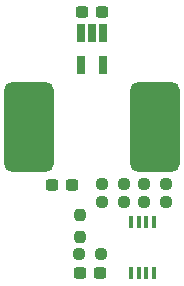
<source format=gtp>
G04 #@! TF.GenerationSoftware,KiCad,Pcbnew,7.0.8*
G04 #@! TF.CreationDate,2024-04-19T19:22:21-04:00*
G04 #@! TF.ProjectId,PMB,504d422e-6b69-4636-9164-5f7063625858,rev?*
G04 #@! TF.SameCoordinates,Original*
G04 #@! TF.FileFunction,Paste,Top*
G04 #@! TF.FilePolarity,Positive*
%FSLAX46Y46*%
G04 Gerber Fmt 4.6, Leading zero omitted, Abs format (unit mm)*
G04 Created by KiCad (PCBNEW 7.0.8) date 2024-04-19 19:22:21*
%MOMM*%
%LPD*%
G01*
G04 APERTURE LIST*
G04 Aperture macros list*
%AMRoundRect*
0 Rectangle with rounded corners*
0 $1 Rounding radius*
0 $2 $3 $4 $5 $6 $7 $8 $9 X,Y pos of 4 corners*
0 Add a 4 corners polygon primitive as box body*
4,1,4,$2,$3,$4,$5,$6,$7,$8,$9,$2,$3,0*
0 Add four circle primitives for the rounded corners*
1,1,$1+$1,$2,$3*
1,1,$1+$1,$4,$5*
1,1,$1+$1,$6,$7*
1,1,$1+$1,$8,$9*
0 Add four rect primitives between the rounded corners*
20,1,$1+$1,$2,$3,$4,$5,0*
20,1,$1+$1,$4,$5,$6,$7,0*
20,1,$1+$1,$6,$7,$8,$9,0*
20,1,$1+$1,$8,$9,$2,$3,0*%
G04 Aperture macros list end*
%ADD10R,0.400000X1.100000*%
%ADD11RoundRect,0.237500X0.250000X0.237500X-0.250000X0.237500X-0.250000X-0.237500X0.250000X-0.237500X0*%
%ADD12RoundRect,0.636363X1.463637X3.163637X-1.463637X3.163637X-1.463637X-3.163637X1.463637X-3.163637X0*%
%ADD13RoundRect,0.237500X0.300000X0.237500X-0.300000X0.237500X-0.300000X-0.237500X0.300000X-0.237500X0*%
%ADD14RoundRect,0.237500X-0.237500X0.250000X-0.237500X-0.250000X0.237500X-0.250000X0.237500X0.250000X0*%
%ADD15RoundRect,0.237500X-0.250000X-0.237500X0.250000X-0.237500X0.250000X0.237500X-0.250000X0.237500X0*%
%ADD16R,0.650000X1.560000*%
G04 APERTURE END LIST*
D10*
X162218194Y-102173104D03*
X161568194Y-102173104D03*
X160918194Y-102173104D03*
X160268194Y-102173104D03*
X160268194Y-106473104D03*
X160918194Y-106473104D03*
X161568194Y-106473104D03*
X162218194Y-106473104D03*
D11*
X163218500Y-100510296D03*
X161393500Y-100510296D03*
X159662500Y-100519965D03*
X157837500Y-100519965D03*
D12*
X162316862Y-94099085D03*
X151648862Y-94099085D03*
D13*
X157677946Y-106462861D03*
X155952946Y-106462861D03*
D14*
X155956000Y-101609911D03*
X155956000Y-103434911D03*
D15*
X157837500Y-98961485D03*
X159662500Y-98961485D03*
D13*
X155294500Y-99060000D03*
X153569500Y-99060000D03*
X157823849Y-84436857D03*
X156098849Y-84436857D03*
D15*
X161393500Y-98986296D03*
X163218500Y-98986296D03*
D16*
X157920611Y-86208619D03*
X156970611Y-86208619D03*
X156020611Y-86208619D03*
X156020611Y-88908619D03*
X157920611Y-88908619D03*
D11*
X157728009Y-104933175D03*
X155903009Y-104933175D03*
M02*

</source>
